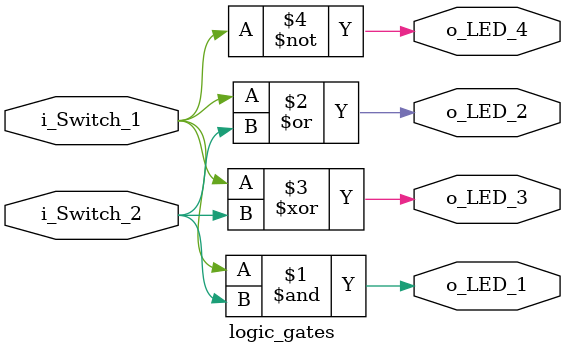
<source format=v>

module logic_gates (
    // Entrées : 2 switches utilisés (A et B)
    input wire i_Switch_1,  // A
    input wire i_Switch_2,  // B

    // Sorties : 4 LEDs pour les différentes portes
    output wire o_LED_1,    // A AND B
    output wire o_LED_2,    // A OR B
    output wire o_LED_3,    // A XOR B
    output wire o_LED_4     // NOT A
);

    // Porte AND : Allumée seulement si A ET B sont à 1
    assign o_LED_1 = i_Switch_1 & i_Switch_2;

    // Porte OR : Allumée si A OU B est à 1
    assign o_LED_2 = i_Switch_1 | i_Switch_2;

    // Porte XOR : Allumée si A et B sont différents
    assign o_LED_3 = i_Switch_1 ^ i_Switch_2;

    // Porte NOT : Inverse l'état de A
    assign o_LED_4 = ~i_Switch_1;

endmodule

</source>
